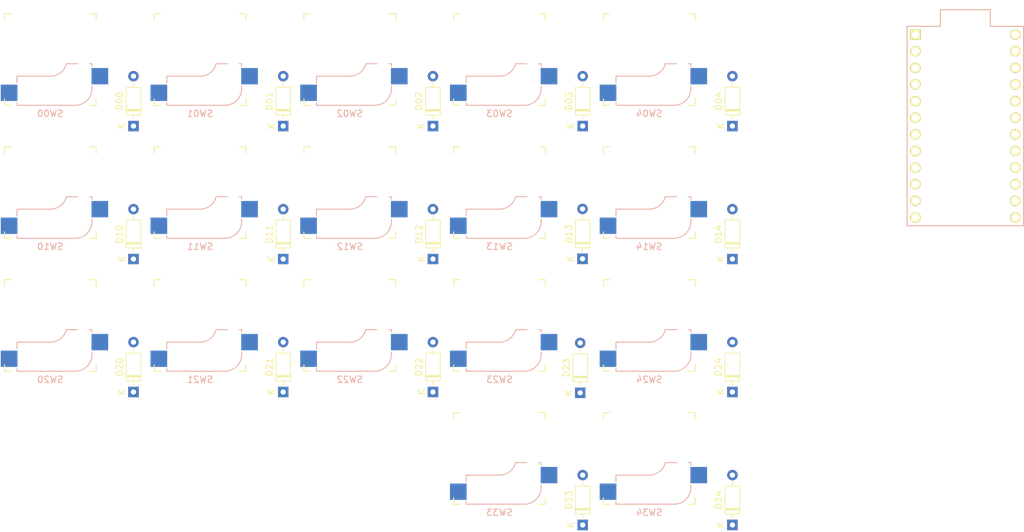
<source format=kicad_pcb>
(kicad_pcb (version 20211014) (generator pcbnew)
  (layers (0 "F.Cu" signal) (31 "B.Cu" signal) (34 "B.Paste" user) (35 "F.Paste" user) (36 "B.SilkS" user "B.Silkscreen") (37 "F.SilkS" user "F.Silkscreen") (38 "B.Mask" user) (39 "F.Mask" user) (44 "Edge.Cuts" user))
  (net 0 "")
  (net 1 "Net-(D10-Pad2)")
  (net 2 "Net-(D11-Pad2)")
  (net 3 "Net-(D12-Pad2)")
  (net 4 "Net-(D13-Pad1)")
  (net 5 "Net-(D13-Pad2)")
  (net 6 "Net-(D14-Pad2)")
  (net 7 "Net-(SW00-Pad1)")
  (net 8 "Net-(SW01-Pad1)")
  (net 9 "Net-(SW02-Pad1)")
  (net 10 "Net-(SW03-Pad1)")
  (net 11 "Net-(SW04-Pad1)")
  (net 28 "Net-(D00-Pad1)")
  (net 29 "Net-(D00-Pad2)")
  (net 30 "Net-(D01-Pad2)")
  (net 31 "Net-(D02-Pad2)")
  (net 32 "Net-(D03-Pad2)")
  (net 33 "Net-(D04-Pad2)")
  (net 34 "Net-(D23-Pad1)")
  (net 35 "Net-(D20-Pad2)")
  (net 36 "Net-(D21-Pad2)")
  (net 37 "Net-(D22-Pad2)")
  (net 38 "Net-(D23-Pad2)")
  (net 39 "Net-(D24-Pad2)")
  (net 40 "Net-(D33-Pad1)")
  (net 41 "Net-(D33-Pad2)")
  (net 42 "Net-(D34-Pad2)")
  (footprint "Diode_THT:D_DO-35_SOD27_P7.62mm_Horizontal" (layer "F.Cu") (at 147.32 78.74 90)
    (fp_text reference "D04" (at 3.81 -2.12 90) (layer "F.SilkS"))
    (fp_text value "1N4148")
    (fp_text user "K" (at 0 -1.8 90) (layer "F.SilkS"))
    (pad "1" thru_hole rect (at 0 0 90) (size 1.6 1.6) (drill 0.8) (layers *.Cu *.Mask) (net 28 "Net-(D00-Pad1)"))
    (pad "2" thru_hole oval (at 7.62 0 90) (size 1.6 1.6) (drill 0.8) (layers *.Cu *.Mask) (net 33 "Net-(D04-Pad2)"))
  )
  (footprint "keyswitches:Kailh_socket_MX" (layer "F.Cu") (at 88.9 68.58 180)
    (fp_text reference "SW02" (at 0 -8.255) (layer "B.SilkS") (effects (justify mirror)))
    (fp_text value "SW_Push")
    (pad "" np_thru_hole circle locked (at -5.08 0 180) (size 1.7018 1.7018) (drill 1.7018) (layers *.Cu *.Mask))
    (pad "" np_thru_hole circle locked (at 5.08 0 180) (size 1.7018 1.7018) (drill 1.7018) (layers *.Cu *.Mask))
    (pad "" np_thru_hole circle locked (at 0 0 180) (size 3.9878 3.9878) (drill 3.9878) (layers *.Cu *.Mask))
    (pad "" np_thru_hole circle locked (at 2.54 -5.08 180) (size 3 3) (drill 3) (layers *.Cu *.Mask))
    (pad "" np_thru_hole circle locked (at -3.81 -2.54 180) (size 3 3) (drill 3) (layers *.Cu *.Mask))
    (pad "1" smd rect locked (at 6.29 -5.08 180) (size 2.55 2.5) (layers "B.Cu" "B.Paste" "B.Mask") (net 9 "Net-(SW02-Pad1)"))
    (pad "2" smd rect locked (at -7.56 -2.54 180) (size 2.55 2.5) (layers "B.Cu" "B.Paste" "B.Mask") (net 31 "Net-(D02-Pad2)"))
  )
  (footprint "keyswitches:Kailh_socket_MX" (layer "F.Cu") (at 66.04 68.58 180)
    (fp_text reference "SW01" (at 0 -8.255) (layer "B.SilkS") (effects (justify mirror)))
    (fp_text value "SW_Push")
    (pad "" np_thru_hole circle locked (at 2.54 -5.08 180) (size 3 3) (drill 3) (layers *.Cu *.Mask))
    (pad "" np_thru_hole circle locked (at 0 0 180) (size 3.9878 3.9878) (drill 3.9878) (layers *.Cu *.Mask))
    (pad "" np_thru_hole circle locked (at -3.81 -2.54 180) (size 3 3) (drill 3) (layers *.Cu *.Mask))
    (pad "" np_thru_hole circle locked (at -5.08 0 180) (size 1.7018 1.7018) (drill 1.7018) (layers *.Cu *.Mask))
    (pad "" np_thru_hole circle locked (at 5.08 0 180) (size 1.7018 1.7018) (drill 1.7018) (layers *.Cu *.Mask))
    (pad "1" smd rect locked (at 6.29 -5.08 180) (size 2.55 2.5) (layers "B.Cu" "B.Paste" "B.Mask") (net 8 "Net-(SW01-Pad1)"))
    (pad "2" smd rect locked (at -7.56 -2.54 180) (size 2.55 2.5) (layers "B.Cu" "B.Paste" "B.Mask") (net 30 "Net-(D01-Pad2)"))
  )
  (footprint "keyswitches:Kailh_socket_MX" (layer "F.Cu") (at 134.62 88.9 180)
    (fp_text reference "SW14" (at 0 -8.255) (layer "B.SilkS") (effects (justify mirror)))
    (fp_text value "SW_Push")
    (pad "" np_thru_hole circle locked (at -5.08 0 180) (size 1.7018 1.7018) (drill 1.7018) (layers *.Cu *.Mask))
    (pad "" np_thru_hole circle locked (at 0 0 180) (size 3.9878 3.9878) (drill 3.9878) (layers *.Cu *.Mask))
    (pad "" np_thru_hole circle locked (at -3.81 -2.54 180) (size 3 3) (drill 3) (layers *.Cu *.Mask))
    (pad "" np_thru_hole circle locked (at 2.54 -5.08 180) (size 3 3) (drill 3) (layers *.Cu *.Mask))
    (pad "" np_thru_hole circle locked (at 5.08 0 180) (size 1.7018 1.7018) (drill 1.7018) (layers *.Cu *.Mask))
    (pad "1" smd rect locked (at 6.29 -5.08 180) (size 2.55 2.5) (layers "B.Cu" "B.Paste" "B.Mask") (net 11 "Net-(SW04-Pad1)"))
    (pad "2" smd rect locked (at -7.56 -2.54 180) (size 2.55 2.5) (layers "B.Cu" "B.Paste" "B.Mask") (net 6 "Net-(D14-Pad2)"))
  )
  (footprint "Diode_THT:D_DO-35_SOD27_P7.62mm_Horizontal" (layer "F.Cu") (at 55.88 119.38 90)
    (fp_text reference "D20" (at 3.81 -2.12 90) (layer "F.SilkS"))
    (fp_text value "1N4148")
    (fp_text user "K" (at 0 -1.8 90) (layer "F.SilkS"))
    (pad "1" thru_hole rect (at 0 0 90) (size 1.6 1.6) (drill 0.8) (layers *.Cu *.Mask) (net 34 "Net-(D23-Pad1)"))
    (pad "2" thru_hole oval (at 7.62 0 90) (size 1.6 1.6) (drill 0.8) (layers *.Cu *.Mask) (net 35 "Net-(D20-Pad2)"))
  )
  (footprint "keyswitches:Kailh_socket_MX" (layer "F.Cu") (at 111.76 68.58 180)
    (fp_text reference "SW03" (at 0 -8.255) (layer "B.SilkS") (effects (justify mirror)))
    (fp_text value "SW_Push")
    (pad "" np_thru_hole circle locked (at -5.08 0 180) (size 1.7018 1.7018) (drill 1.7018) (layers *.Cu *.Mask))
    (pad "" np_thru_hole circle locked (at 2.54 -5.08 180) (size 3 3) (drill 3) (layers *.Cu *.Mask))
    (pad "" np_thru_hole circle locked (at 5.08 0 180) (size 1.7018 1.7018) (drill 1.7018) (layers *.Cu *.Mask))
    (pad "" np_thru_hole circle locked (at -3.81 -2.54 180) (size 3 3) (drill 3) (layers *.Cu *.Mask))
    (pad "" np_thru_hole circle locked (at 0 0 180) (size 3.9878 3.9878) (drill 3.9878) (layers *.Cu *.Mask))
    (pad "1" smd rect locked (at 6.29 -5.08 180) (size 2.55 2.5) (layers "B.Cu" "B.Paste" "B.Mask") (net 10 "Net-(SW03-Pad1)"))
    (pad "2" smd rect locked (at -7.56 -2.54 180) (size 2.55 2.5) (layers "B.Cu" "B.Paste" "B.Mask") (net 32 "Net-(D03-Pad2)"))
  )
  (footprint "keyswitches:Kailh_socket_MX" (layer "F.Cu") (at 43.18 88.9 180)
    (fp_text reference "SW10" (at 0 -8.255) (layer "B.SilkS") (effects (justify mirror)))
    (fp_text value "SW_Push")
    (pad "" np_thru_hole circle locked (at -5.08 0 180) (size 1.7018 1.7018) (drill 1.7018) (layers *.Cu *.Mask))
    (pad "" np_thru_hole circle locked (at 2.54 -5.08 180) (size 3 3) (drill 3) (layers *.Cu *.Mask))
    (pad "" np_thru_hole circle locked (at -3.81 -2.54 180) (size 3 3) (drill 3) (layers *.Cu *.Mask))
    (pad "" np_thru_hole circle locked (at 0 0 180) (size 3.9878 3.9878) (drill 3.9878) (layers *.Cu *.Mask))
    (pad "" np_thru_hole circle locked (at 5.08 0 180) (size 1.7018 1.7018) (drill 1.7018) (layers *.Cu *.Mask))
    (pad "1" smd rect locked (at 6.29 -5.08 180) (size 2.55 2.5) (layers "B.Cu" "B.Paste" "B.Mask") (net 7 "Net-(SW00-Pad1)"))
    (pad "2" smd rect locked (at -7.56 -2.54 180) (size 2.55 2.5) (layers "B.Cu" "B.Paste" "B.Mask") (net 1 "Net-(D10-Pad2)"))
  )
  (footprint "Diode_THT:D_DO-35_SOD27_P7.62mm_Horizontal" (layer "F.Cu") (at 101.6 119.38 90)
    (fp_text reference "D22" (at 3.81 -2.12 90) (layer "F.SilkS"))
    (fp_text value "1N4148")
    (fp_text user "K" (at 0 -1.8 90) (layer "F.SilkS"))
    (pad "1" thru_hole rect (at 0 0 90) (size 1.6 1.6) (drill 0.8) (layers *.Cu *.Mask) (net 34 "Net-(D23-Pad1)"))
    (pad "2" thru_hole oval (at 7.62 0 90) (size 1.6 1.6) (drill 0.8) (layers *.Cu *.Mask) (net 37 "Net-(D22-Pad2)"))
  )
  (footprint "Diode_THT:D_DO-35_SOD27_P7.62mm_Horizontal" (layer "F.Cu") (at 124.46 139.7 90)
    (fp_text reference "D33" (at 3.81 -2.12 90) (layer "F.SilkS"))
    (fp_text value "1N4148")
    (fp_text user "K" (at 0 -1.8 90) (layer "F.SilkS"))
    (pad "1" thru_hole rect (at 0 0 90) (size 1.6 1.6) (drill 0.8) (layers *.Cu *.Mask) (net 40 "Net-(D33-Pad1)"))
    (pad "2" thru_hole oval (at 7.62 0 90) (size 1.6 1.6) (drill 0.8) (layers *.Cu *.Mask) (net 41 "Net-(D33-Pad2)"))
  )
  (footprint "keyswitches:Kailh_socket_MX" (layer "F.Cu") (at 111.76 88.9 180)
    (fp_text reference "SW13" (at 0 -8.255) (layer "B.SilkS") (effects (justify mirror)))
    (fp_text value "SW_Push")
    (pad "" np_thru_hole circle locked (at 0 0 180) (size 3.9878 3.9878) (drill 3.9878) (layers *.Cu *.Mask))
    (pad "" np_thru_hole circle locked (at -5.08 0 180) (size 1.7018 1.7018) (drill 1.7018) (layers *.Cu *.Mask))
    (pad "" np_thru_hole circle locked (at -3.81 -2.54 180) (size 3 3) (drill 3) (layers *.Cu *.Mask))
    (pad "" np_thru_hole circle locked (at 2.54 -5.08 180) (size 3 3) (drill 3) (layers *.Cu *.Mask))
    (pad "" np_thru_hole circle locked (at 5.08 0 180) (size 1.7018 1.7018) (drill 1.7018) (layers *.Cu *.Mask))
    (pad "1" smd rect locked (at 6.29 -5.08 180) (size 2.55 2.5) (layers "B.Cu" "B.Paste" "B.Mask") (net 10 "Net-(SW03-Pad1)"))
    (pad "2" smd rect locked (at -7.56 -2.54 180) (size 2.55 2.5) (layers "B.Cu" "B.Paste" "B.Mask") (net 5 "Net-(D13-Pad2)"))
  )
  (footprint "Diode_THT:D_DO-35_SOD27_P7.62mm_Horizontal" (layer "F.Cu") (at 78.74 119.38 90)
    (fp_text reference "D21" (at 3.81 -2.12 90) (layer "F.SilkS"))
    (fp_text value "1N4148")
    (fp_text user "K" (at 0 -1.8 90) (layer "F.SilkS"))
    (pad "1" thru_hole rect (at 0 0 90) (size 1.6 1.6) (drill 0.8) (layers *.Cu *.Mask) (net 34 "Net-(D23-Pad1)"))
    (pad "2" thru_hole oval (at 7.62 0 90) (size 1.6 1.6) (drill 0.8) (layers *.Cu *.Mask) (net 36 "Net-(D21-Pad2)"))
  )
  (footprint "keyswitches:Kailh_socket_MX" (layer "F.Cu") (at 43.18 109.22 180)
    (fp_text reference "SW20" (at 0 -8.255) (layer "B.SilkS") (effects (justify mirror)))
    (fp_text value "SW_Push")
    (pad "" np_thru_hole circle locked (at -5.08 0 180) (size 1.7018 1.7018) (drill 1.7018) (layers *.Cu *.Mask))
    (pad "" np_thru_hole circle locked (at -3.81 -2.54 180) (size 3 3) (drill 3) (layers *.Cu *.Mask))
    (pad "" np_thru_hole circle locked (at 5.08 0 180) (size 1.7018 1.7018) (drill 1.7018) (layers *.Cu *.Mask))
    (pad "" np_thru_hole circle locked (at 2.54 -5.08 180) (size 3 3) (drill 3) (layers *.Cu *.Mask))
    (pad "" np_thru_hole circle locked (at 0 0 180) (size 3.9878 3.9878) (drill 3.9878) (layers *.Cu *.Mask))
    (pad "1" smd rect locked (at 6.29 -5.08 180) (size 2.55 2.5) (layers "B.Cu" "B.Paste" "B.Mask") (net 7 "Net-(SW00-Pad1)"))
    (pad "2" smd rect locked (at -7.56 -2.54 180) (size 2.55 2.5) (layers "B.Cu" "B.Paste" "B.Mask") (net 35 "Net-(D20-Pad2)"))
  )
  (footprint "Diode_THT:D_DO-35_SOD27_P7.62mm_Horizontal" (layer "F.Cu") (at 78.74 99.06 90)
    (fp_text reference "D11" (at 3.81 -2.12 90) (layer "F.SilkS"))
    (fp_text value "1N4148")
    (fp_text user "K" (at 0 -1.8 90) (layer "F.SilkS"))
    (pad "1" thru_hole rect (at 0 0 90) (size 1.6 1.6) (drill 0.8) (layers *.Cu *.Mask) (net 4 "Net-(D13-Pad1)"))
    (pad "2" thru_hole oval (at 7.62 0 90) (size 1.6 1.6) (drill 0.8) (layers *.Cu *.Mask) (net 2 "Net-(D11-Pad2)"))
  )
  (footprint "keyswitches:Kailh_socket_MX" (layer "F.Cu") (at 111.76 109.22 180)
    (fp_text reference "SW23" (at 0 -8.255) (layer "B.SilkS") (effects (justify mirror)))
    (fp_text value "SW_Push")
    (pad "" np_thru_hole circle locked (at 0 0 180) (size 3.9878 3.9878) (drill 3.9878) (layers *.Cu *.Mask))
    (pad "" np_thru_hole circle locked (at -3.81 -2.54 180) (size 3 3) (drill 3) (layers *.Cu *.Mask))
    (pad "" np_thru_hole circle locked (at 2.54 -5.08 180) (size 3 3) (drill 3) (layers *.Cu *.Mask))
    (pad "" np_thru_hole circle locked (at 5.08 0 180) (size 1.7018 1.7018) (drill 1.7018) (layers *.Cu *.Mask))
    (pad "" np_thru_hole circle locked (at -5.08 0 180) (size 1.7018 1.7018) (drill 1.7018) (layers *.Cu *.Mask))
    (pad "1" smd rect locked (at 6.29 -5.08 180) (size 2.55 2.5) (layers "B.Cu" "B.Paste" "B.Mask") (net 10 "Net-(SW03-Pad1)"))
    (pad "2" smd rect locked (at -7.56 -2.54 180) (size 2.55 2.5) (layers "B.Cu" "B.Paste" "B.Mask") (net 38 "Net-(D23-Pad2)"))
  )
  (footprint "Diode_THT:D_DO-35_SOD27_P7.62mm_Horizontal" (layer "F.Cu") (at 101.6 78.74 90)
    (fp_text reference "D02" (at 3.81 -2.12 90) (layer "F.SilkS"))
    (fp_text value "1N4148")
    (fp_text user "K" (at 0 -1.8 90) (layer "F.SilkS"))
    (pad "1" thru_hole rect (at 0 0 90) (size 1.6 1.6) (drill 0.8) (layers *.Cu *.Mask) (net 28 "Net-(D00-Pad1)"))
    (pad "2" thru_hole oval (at 7.62 0 90) (size 1.6 1.6) (drill 0.8) (layers *.Cu *.Mask) (net 31 "Net-(D02-Pad2)"))
  )
  (footprint "keyswitches:Kailh_socket_MX" (layer "F.Cu") (at 66.04 109.22 180)
    (fp_text reference "SW21" (at 0 -8.255) (layer "B.SilkS") (effects (justify mirror)))
    (fp_text value "SW_Push")
    (pad "" np_thru_hole circle locked (at 0 0 180) (size 3.9878 3.9878) (drill 3.9878) (layers *.Cu *.Mask))
    (pad "" np_thru_hole circle locked (at -3.81 -2.54 180) (size 3 3) (drill 3) (layers *.Cu *.Mask))
    (pad "" np_thru_hole circle locked (at 5.08 0 180) (size 1.7018 1.7018) (drill 1.7018) (layers *.Cu *.Mask))
    (pad "" np_thru_hole circle locked (at 2.54 -5.08 180) (size 3 3) (drill 3) (layers *.Cu *.Mask))
    (pad "" np_thru_hole circle locked (at -5.08 0 180) (size 1.7018 1.7018) (drill 1.7018) (layers *.Cu *.Mask))
    (pad "1" smd rect locked (at 6.29 -5.08 180) (size 2.55 2.5) (layers "B.Cu" "B.Paste" "B.Mask") (net 8 "Net-(SW01-Pad1)"))
    (pad "2" smd rect locked (at -7.56 -2.54 180) (size 2.55 2.5) (layers "B.Cu" "B.Paste" "B.Mask") (net 36 "Net-(D21-Pad2)"))
  )
  (footprint "keyswitches:Kailh_socket_MX" (layer "F.Cu") (at 111.76 129.54 180)
    (fp_text reference "SW33" (at 0 -8.255) (layer "B.SilkS") (effects (justify mirror)))
    (fp_text value "SW_Push")
    (pad "" np_thru_hole circle locked (at 5.08 0 180) (size 1.7018 1.7018) (drill 1.7018) (layers *.Cu *.Mask))
    (pad "" np_thru_hole circle locked (at -5.08 0 180) (size 1.7018 1.7018) (drill 1.7018) (layers *.Cu *.Mask))
    (pad "" np_thru_hole circle locked (at 2.54 -5.08 180) (size 3 3) (drill 3) (layers *.Cu *.Mask))
    (pad "" np_thru_hole circle locked (at -3.81 -2.54 180) (size 3 3) (drill 3) (layers *.Cu *.Mask))
    (pad "" np_thru_hole circle locked (at 0 0 180) (size 3.9878 3.9878) (drill 3.9878) (layers *.Cu *.Mask))
    (pad "1" smd rect locked (at 6.29 -5.08 180) (size 2.55 2.5) (layers "B.Cu" "B.Paste" "B.Mask") (net 10 "Net-(SW03-Pad1)"))
    (pad "2" smd rect locked (at -7.56 -2.54 180) (size 2.55 2.5) (layers "B.Cu" "B.Paste" "B.Mask") (net 41 "Net-(D33-Pad2)"))
  )
  (footprint "Diode_THT:D_DO-35_SOD27_P7.62mm_Horizontal" (layer "F.Cu") (at 147.32 119.38 90)
    (fp_text reference "D24" (at 3.81 -2.12 90) (layer "F.SilkS"))
    (fp_text value "1N4148")
    (fp_text user "K" (at 0 -1.8 90) (layer "F.SilkS"))
    (pad "1" thru_hole rect (at 0 0 90) (size 1.6 1.6) (drill 0.8) (layers *.Cu *.Mask) (net 34 "Net-(D23-Pad1)"))
    (pad "2" thru_hole oval (at 7.62 0 90) (size 1.6 1.6) (drill 0.8) (layers *.Cu *.Mask) (net 39 "Net-(D24-Pad2)"))
  )
  (footprint "Diode_THT:D_DO-35_SOD27_P7.62mm_Horizontal" (layer "F.Cu") (at 124.46 78.74 90)
    (fp_text reference "D03" (at 3.81 -2.12 90) (layer "F.SilkS"))
    (fp_text value "1N4148")
    (fp_text user "K" (at 0 -1.8 90) (layer "F.SilkS"))
    (pad "1" thru_hole rect (at 0 0 90) (size 1.6 1.6) (drill 0.8) (layers *.Cu *.Mask) (net 28 "Net-(D00-Pad1)"))
    (pad "2" thru_hole oval (at 7.62 0 90) (size 1.6 1.6) (drill 0.8) (layers *.Cu *.Mask) (net 32 "Net-(D03-Pad2)"))
  )
  (footprint "Diode_THT:D_DO-35_SOD27_P7.62mm_Horizontal" (layer "F.Cu") (at 55.88 78.74 90)
    (fp_text reference "D00" (at 3.81 -2.12 90) (layer "F.SilkS"))
    (fp_text value "1N4148")
    (fp_text user "K" (at 0 -1.8 90) (layer "F.SilkS"))
    (pad "1" thru_hole rect (at 0 0 90) (size 1.6 1.6) (drill 0.8) (layers *.Cu *.Mask) (net 28 "Net-(D00-Pad1)"))
    (pad "2" thru_hole oval (at 7.62 0 90) (size 1.6 1.6) (drill 0.8) (layers *.Cu *.Mask) (net 29 "Net-(D00-Pad2)"))
  )
  (footprint "keyswitches:Kailh_socket_MX" (layer "F.Cu") (at 88.9 109.22 180)
    (fp_text reference "SW22" (at 0 -8.255) (layer "B.SilkS") (effects (justify mirror)))
    (fp_text value "SW_Push")
    (pad "" np_thru_hole circle locked (at 2.54 -5.08 180) (size 3 3) (drill 3) (layers *.Cu *.Mask))
    (pad "" np_thru_hole circle locked (at -5.08 0 180) (size 1.7018 1.7018) (drill 1.7018) (layers *.Cu *.Mask))
    (pad "" np_thru_hole circle locked (at 5.08 0 180) (size 1.7018 1.7018) (drill 1.7018) (layers *.Cu *.Mask))
    (pad "" np_thru_hole circle locked (at -3.81 -2.54 180) (size 3 3) (drill 3) (layers *.Cu *.Mask))
    (pad "" np_thru_hole circle locked (at 0 0 180) (size 3.9878 3.9878) (drill 3.9878) (layers *.Cu *.Mask))
    (pad "1" smd rect locked (at 6.29 -5.08 180) (size 2.55 2.5) (layers "B.Cu" "B.Paste" "B.Mask") (net 9 "Net-(SW02-Pad1)"))
    (pad "2" smd rect locked (at -7.56 -2.54 180) (size 2.55 2.5) (layers "B.Cu" "B.Paste" "B.Mask") (net 37 "Net-(D22-Pad2)"))
  )
  (footprint "keyswitches:Kailh_socket_MX" (layer "F.Cu") (at 66.04 88.9 180)
    (fp_text reference "SW11" (at 0 -8.255) (layer "B.SilkS") (effects (justify mirror)))
    (fp_text value "SW_Push")
    (pad "" np_thru_hole circle locked (at 2.54 -5.08 180) (size 3 3) (drill 3) (layers *.Cu *.Mask))
    (pad "" np_thru_hole circle locked (at -3.81 -2.54 180) (size 3 3) (drill 3) (layers *.Cu *.Mask))
    (pad "" np_thru_hole circle locked (at -5.08 0 180) (size 1.7018 1.7018) (drill 1.7018) (layers *.Cu *.Mask))
    (pad "" np_thru_hole circle locked (at 5.08 0 180) (size 1.7018 1.7018) (drill 1.7018) (layers *.Cu *.Mask))
    (pad "" np_thru_hole circle locked (at 0 0 180) (size 3.9878 3.9878) (drill 3.9878) (layers *.Cu *.Mask))
    (pad "1" smd rect locked (at 6.29 -5.08 180) (size 2.55 2.5) (layers "B.Cu" "B.Paste" "B.Mask") (net 8 "Net-(SW01-Pad1)"))
    (pad "2" smd rect locked (at -7.56 -2.54 180) (size 2.55 2.5) (layers "B.Cu" "B.Paste" "B.Mask") (net 2 "Net-(D11-Pad2)"))
  )
  (footprint "keyswitches:Kailh_socket_MX" (layer "F.Cu") (at 134.62 129.54 180)
    (fp_text reference "SW34" (at 0 -8.255) (layer "B.SilkS") (effects (justify mirror)))
    (fp_text value "SW_Push")
    (pad "" np_thru_hole circle locked (at -3.81 -2.54 180) (size 3 3) (drill 3) (layers *.Cu *.Mask))
    (pad "" np_thru_hole circle locked (at 5.08 0 180) (size 1.7018 1.7018) (drill 1.7018) (layers *.Cu *.Mask))
    (pad "" np_thru_hole circle locked (at 2.54 -5.08 180) (size 3 3) (drill 3) (layers *.Cu *.Mask))
    (pad "" np_thru_hole circle locked (at 0 0 180) (size 3.9878 3.9878) (drill 3.9878) (layers *.Cu *.Mask))
    (pad "" np_thru_hole circle locked (at -5.08 0 180) (size 1.7018 1.7018) (drill 1.7018) (layers *.Cu *.Mask))
    (pad "1" smd rect locked (at 6.29 -5.08 180) (size 2.55 2.5) (layers "B.Cu" "B.Paste" "B.Mask") (net 11 "Net-(SW04-Pad1)"))
    (pad "2" smd rect locked (at -7.56 -2.54 180) (size 2.55 2.5) (layers "B.Cu" "B.Paste" "B.Mask") (net 42 "Net-(D34-Pad2)"))
  )
  (footprint "Diode_THT:D_DO-35_SOD27_P7.62mm_Horizontal" (layer "F.Cu") (at 78.74 78.74 90)
    (fp_text reference "D01" (at 3.81 -2.12 90) (layer "F.SilkS"))
    (fp_text value "1N4148")
    (fp_text user "K" (at 0 -1.8 90) (layer "F.SilkS"))
    (pad "1" thru_hole rect (at 0 0 90) (size 1.6 1.6) (drill 0.8) (layers *.Cu *.Mask) (net 28 "Net-(D00-Pad1)"))
    (pad "2" thru_hole oval (at 7.62 0 90) (size 1.6 1.6) (drill 0.8) (layers *.Cu *.Mask) (net 30 "Net-(D01-Pad2)"))
  )
  (footprint "keyswitches:Kailh_socket_MX" (layer "F.Cu") (at 43.18 68.58 180)
    (fp_text reference "SW00" (at 0 -8.255) (layer "B.SilkS") (effects (justify mirror)))
    (fp_text value "SW_Push")
    (pad "" np_thru_hole circle locked (at 5.08 0 180) (size 1.7018 1.7018) (drill 1.7018) (layers *.Cu *.Mask))
    (pad "" np_thru_hole circle locked (at 2.54 -5.08 180) (size 3 3) (drill 3) (layers *.Cu *.Mask))
    (pad "" np_thru_hole circle locked (at -5.08 0 180) (size 1.7018 1.7018) (drill 1.7018) (layers *.Cu *.Mask))
    (pad "" np_thru_hole circle locked (at 0 0 180) (size 3.9878 3.9878) (drill 3.9878) (layers *.Cu *.Mask))
    (pad "" np_thru_hole circle locked (at -3.81 -2.54 180) (size 3 3) (drill 3) (layers *.Cu *.Mask))
    (pad "1" smd rect locked (at 6.29 -5.08 180) (size 2.55 2.5) (layers "B.Cu" "B.Paste" "B.Mask") (net 7 "Net-(SW00-Pad1)"))
    (pad "2" smd rect locked (at -7.56 -2.54 180) (size 2.55 2.5) (layers "B.Cu" "B.Paste" "B.Mask") (net 29 "Net-(D00-Pad2)"))
  )
  (footprint "Diode_THT:D_DO-35_SOD27_P7.62mm_Horizontal" (layer "F.Cu") (at 124.433878 99.02674 90)
    (fp_text reference "D13" (at 3.81 -2.12 90) (layer "F.SilkS"))
    (fp_text value "1N4148")
    (fp_text user "K" (at 0 -1.8 90) (layer "F.SilkS"))
    (pad "1" thru_hole rect (at 0 0 90) (size 1.6 1.6) (drill 0.8) (layers *.Cu *.Mask) (net 4 "Net-(D13-Pad1)"))
    (pad "2" thru_hole oval (at 7.62 0 90) (size 1.6 1.6) (drill 0.8) (layers *.Cu *.Mask) (net 5 "Net-(D13-Pad2)"))
  )
  (footprint "Diode_THT:D_DO-35_SOD27_P7.62mm_Horizontal" (layer "F.Cu") (at 147.32 139.7 90)
    (fp_text reference "D34" (at 3.81 -2.12 90) (layer "F.SilkS"))
    (fp_text value "1N4148")
    (fp_text user "K" (at 0 -1.8 90) (layer "F.SilkS"))
    (pad "1" thru_hole rect (at 0 0 90) (size 1.6 1.6) (drill 0.8) (layers *.Cu *.Mask) (net 40 "Net-(D33-Pad1)"))
    (pad "2" thru_hole oval (at 7.62 0 90) (size 1.6 1.6) (drill 0.8) (layers *.Cu *.Mask) (net 42 "Net-(D34-Pad2)"))
  )
  (footprint "Diode_THT:D_DO-35_SOD27_P7.62mm_Horizontal" (layer "F.Cu") (at 55.88 99.06 90)
    (fp_text reference "D10" (at 3.81 -2.12 90) (layer "F.SilkS"))
    (fp_text value "1N4148")
    (fp_text user "K" (at 0 -1.8 90) (layer "F.SilkS"))
    (pad "1" thru_hole rect (at 0 0 90) (size 1.6 1.6) (drill 0.8) (layers *.Cu *.Mask) (net 4 "Net-(D13-Pad1)"))
    (pad "2" thru_hole oval (at 7.62 0 90) (size 1.6 1.6) (drill 0.8) (layers *.Cu *.Mask) (net 1 "Net-(D10-Pad2)"))
  )
  (footprint "promicro:ProMicro" (layer "F.Cu") (at 182.88 78.74 -90)
    (fp_text reference "U1" hide)
    (fp_text value "ProMicro")
    (pad "1" thru_hole rect locked (at -13.97 7.62 270) (size 1.6 1.6) (drill 1.1) (layers *.Cu *.Mask "F.SilkS"))
    (pad "2" thru_hole circle locked (at -11.43 7.62 270) (size 1.6 1.6) (drill 1.1) (layers *.Cu *.Mask "F.SilkS"))
    (pad "3" thru_hole circle locked (at -8.89 7.62 270) (size 1.6 1.6) (drill 1.1) (layers *.Cu *.Mask "F.SilkS"))
    (pad "4" thru_hole circle locked (at -6.35 7.62 270) (size 1.6 1.6) (drill 1.1) (layers *.Cu *.Mask "F.SilkS"))
    (pad "5" thru_hole circle locked (at -3.81 7.62 270) (size 1.6 1.6) (drill 1.1) (layers *.Cu *.Mask "F.SilkS"))
    (pad "6" thru_hole circle locked (at -1.27 7.62 270) (size 1.6 1.6) (drill 1.1) (layers *.Cu *.Mask "F.SilkS"))
    (pad "7" thru_hole circle locked (at 1.27 7.62 270) (size 1.6 1.6) (drill 1.1) (layers *.Cu *.Mask "F.SilkS") (net 7 "Net-(SW00-Pad1)"))
    (pad "8" thru_hole circle locked (at 3.81 7.62 270) (size 1.6 1.6) (drill 1.1) (layers *.Cu *.Mask "F.SilkS") (net 8 "Net-(SW01-Pad1)"))
    (pad "9" thru_hole circle locked (at 6.35 7.62 270) (size 1.6 1.6) (drill 1.1) (layers *.Cu *.Mask "F.SilkS"))
    (pad "10" thru_hole circle locked (at 8.89 7.62 270) (size 1.6 1.6) (drill 1.1) (layers *.Cu *.Mask "F.SilkS") (net 10 "Net-(SW03-Pad1)"))
    (pad "11" thru_hole circle locked (at 11.43 7.62 270) (size 1.6 1.6) (drill 1.1) (layers *.Cu *.Mask "F.SilkS") (net 11 "Net-(SW04-Pad1)"))
    (pad "12" thru_hole circle locked (at 13.97 7.62 270) (size 1.6 1.6) (drill 1.1) (layers *.Cu *.Mask "F.SilkS"))
    (pad "13" thru_hole circle locked (at 13.97 -7.62 270) (size 1.6 1.6) (drill 1.1) (layers *.Cu *.Mask "F.SilkS"))
    (pad "14" thru_hole circle locked (at 11.43 -7.62 270) (size 1.6 1.6) (drill 1.1) (layers *.Cu *.Mask "F.SilkS") (net 28 "Net-(D00-Pad1)"))
    (pad "15" thru_hole circle locked (at 8.89 -7.62 270) (size 1.6 1.6) (drill 1.1) (layers *.Cu *.Mask "F.SilkS") (net 4 "Net-(D13-Pad1)"))
    (pad "16" thru_hole circle locked (at 6.35 -7.62 270) (size 1.6 1.6) (drill 1.1) (layers *.Cu *.Mask "F.SilkS") (net 34 "Net-(D23-Pad1)"))
    (pad "17" thru_hole circle locked (at 3.81 -7.62 270) (size 1.6 1.6) (drill 1.1) (layers *.Cu *.Mask "F.SilkS") (net 40 "Net-(D33-Pad1)"))
    (pad "18" thru_hole circle locked (at 1.27 -7.62 270) (size 1.6 1.6) (drill 1.1) (layers *.Cu *.Mask "F.SilkS"))
    (pad "19" thru_hole circle locked (at -1.27 -7.62 270) (size 1.6 1.6) (drill 1.1) (layers *.Cu *.Mask "F.SilkS"))
    (pad "20" thru_hole circle locked (at -3.81 -7.62 270) (size 1.6 1.6) (drill 1.1) (layers *.Cu *.Mask "F.SilkS"))
    (pad "21" thru_hole circle locked (at -6.35 -7.62 270) (size 1.6 1.6) (drill 1.1) (layers *.Cu *.Mask "F.SilkS"))
    (pad "22" thru_hole circle locked (at -8.89 -7.62 270) (size 1.6 1.6) (drill 1.1) (layers *.Cu *.Mask "F.SilkS"))
    (pad "23" thru_hole circle locked (at -11.43 -7.62 270) (size 1.6 1.6) (drill 1.1) (layers *.Cu *.Mask "F.SilkS"))
    (pad "24" thru_hole circle locked (at -13.97 -7.62 270) (size 1.6 1.6) (drill 1.1) (layers *.Cu *.Mask "F.SilkS"))
  )
  (footprint "Diode_THT:D_DO-35_SOD27_P7.62mm_Horizontal" (layer "F.Cu") (at 147.32 99.06 90)
    (fp_text reference "D14" (at 3.81 -2.12 90) (layer "F.SilkS"))
    (fp_text value "1N4148")
    (fp_text user "K" (at 0 -1.8 90) (layer "F.SilkS"))
    (pad "1" thru_hole rect (at 0 0 90) (size 1.6 1.6) (drill 0.8) (layers *.Cu *.Mask) (net 4 "Net-(D13-Pad1)"))
    (pad "2" thru_hole oval (at 7.62 0 90) (size 1.6 1.6) (drill 0.8) (layers *.Cu *.Mask) (net 6 "Net-(D14-Pad2)"))
  )
  (footprint "Diode_THT:D_DO-35_SOD27_P7.62mm_Horizontal" (layer "F.Cu") (at 124.084969 119.499536 90)
    (fp_text reference "D23" (at 3.81 -2.12 90) (layer "F.SilkS"))
    (fp_text value "1N4148")
    (fp_text user "K" (at 0 -1.8 90) (layer "F.SilkS"))
    (pad "1" thru_hole rect (at 0 0 90) (size 1.6 1.6) (drill 0.8) (layers *.Cu *.Mask) (net 34 "Net-(D23-Pad1)"))
    (pad "2" thru_hole oval (at 7.62 0 90) (size 1.6 1.6) (drill 0.8) (layers *.Cu *.Mask) (net 38 "Net-(D23-Pad2)"))
  )
  (footprint "keyswitches:Kailh_socket_MX" (layer "F.Cu") (at 134.62 68.58 180)
    (fp_text reference "SW04" (at 0 -8.255) (layer "B.SilkS") (effects (justify mirror)))
    (fp_text value "SW_Push")
    (pad "" np_thru_hole circle locked (at -5.08 0 180) (size 1.7018 1.7018) (drill 1.7018) (layers *.Cu *.Mask))
    (pad "" np_thru_hole circle locked (at -3.81 -2.54 180) (size 3 3) (drill 3) (layers *.Cu *.Mask))
    (pad "" np_thru_hole circle locked (at 5.08 0 180) (size 1.7018 1.7018) (drill 1.7018) (layers *.Cu *.Mask))
    (pad "" np_thru_hole circle locked (at 0 0 180) (size 3.9878 3.9878) (drill 3.9878) (layers *.Cu *.Mask))
    (pad "" np_thru_hole circle locked (at 2.54 -5.08 180) (size 3 3) (drill 3) (layers *.Cu *.Mask))
    (pad "1" smd rect locked (at 6.29 -5.08 180) (size 2.55 2.5) (layers "B.Cu" "B.Paste" "B.Mask") (net 11 "Net-(SW04-Pad1)"))
    (pad "2" smd rect locked (at -7.56 -2.54 180) (size 2.55 2.5) (layers "B.Cu" "B.Paste" "B.Mask") (net 33 "Net-(D04-Pad2)"))
  )
  (footprint "keyswitches:Kailh_socket_MX" (layer "F.Cu") (at 134.62 109.22 180)
    (fp_text reference "SW24" (at 0 -8.255) (layer "B.SilkS") (effects (justify mirror)))
    (fp_text value "SW_Push")
    (pad "" np_thru_hole circle locked (at 0 0 180) (size 3.9878 3.9878) (drill 3.9878) (layers *.Cu *.Mask))
    (pad "" np_thru_hole circle locked (at 2.54 -5.08 180) (size 3 3) (drill 3) (layers *.Cu *.Mask))
    (pad "" np_thru_hole circle locked (at -3.81 -2.54 180) (size 3 3) (drill 3) (layers *.Cu *.Mask))
    (pad "" np_thru_hole circle locked (at -5.08 0 180) (size 1.7018 1.7018) (drill 1.7018) (layers *.Cu *.Mask))
    (pad "" np_thru_hole circle locked (at 5.08 0 180) (size 1.7018 1.7018) (drill 1.7018) (layers *.Cu *.Mask))
    (pad "1" smd rect locked (at 6.29 -5.08 180) (size 2.55 2.5) (layers "B.Cu" "B.Paste" "B.Mask") (net 11 "Net-(SW04-Pad1)"))
    (pad "2" smd rect locked (at -7.56 -2.54 180) (size 2.55 2.5) (layers "B.Cu" "B.Paste" "B.Mask") (net 39 "Net-(D24-Pad2)"))
  )
  (footprint "keyswitches:Kailh_socket_MX" (layer "F.Cu") (at 88.9 88.9 180)
    (fp_text reference "SW12" (at 0 -8.255) (layer "B.SilkS") (effects (justify mirror)))
    (fp_text value "SW_Push")
    (pad "" np_thru_hole circle locked (at -3.81 -2.54 180) (size 3 3) (drill 3) (layers *.Cu *.Mask))
    (pad "" np_thru_hole circle locked (at 5.08 0 180) (size 1.7018 1.7018) (drill 1.7018) (layers *.Cu *.Mask))
    (pad "" np_thru_hole circle locked (at -5.08 0 180) (size 1.7018 1.7018) (drill 1.7018) (layers *.Cu *.Mask))
    (pad "" np_thru_hole circle locked (at 0 0 180) (size 3.9878 3.9878) (drill 3.9878) (layers *.Cu *.Mask))
    (pad "" np_thru_hole circle locked (at 2.54 -5.08 180) (size 3 3) (drill 3) (layers *.Cu *.Mask))
    (pad "1" smd rect locked (at 6.29 -5.08 180) (size 2.55 2.5) (layers "B.Cu" "B.Paste" "B.Mask") (net 9 "Net-(SW02-Pad1)"))
    (pad "2" smd rect locked (at -7.56 -2.54 180) (size 2.55 2.5) (layers "B.Cu" "B.Paste" "B.Mask") (net 3 "Net-(D12-Pad2)"))
  )
  (footprint "Diode_THT:D_DO-35_SOD27_P7.62mm_Horizontal" (layer "F.Cu") (at 101.6 99.06 90)
    (fp_text reference "D12" (at 3.81 -2.12 90) (layer "F.SilkS"))
    (fp_text value "1N4148")
    (fp_text user "K" (at 0 -1.8 90) (layer "F.SilkS"))
    (pad "1" thru_hole rect (at 0 0 90) (size 1.6 1.6) (drill 0.8) (layers *.Cu *.Mask) (net 4 "Net-(D13-Pad1)"))
    (pad "2" thru_hole oval (at 7.62 0 90) (size 1.6 1.6) (drill 0.8) (layers *.Cu *.Mask) (net 3 "Net-(D12-Pad2)"))
  )
)
</source>
